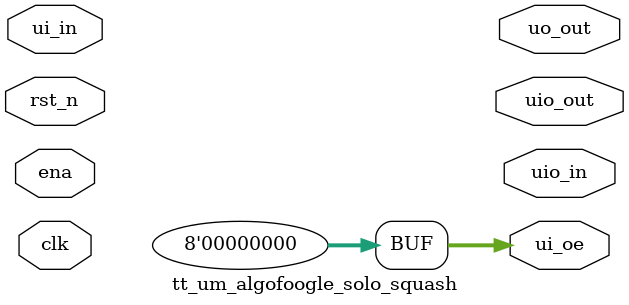
<source format=v>
module tt_um_algofoogle_solo_squash(
    // 8 dedicated user inputs:
    input   wire [7:0]  ui_in,

    // 8 dedicated user outputs:
    output  wire [7:0]  uo_out,

    // 8 bidirectional user IOs:
    output  wire [7:0]  uio_in,     // Input path.
    output  wire [7:0]  uio_out,    // Output path.
    output  wire [7:0]  ui_oe,      // Enable path (active high: 0=input, 1=output)

    // Control:
    input   wire        ena,        // Can be ignored for now.
    input   wire        clk,        // 25.175MHz ideal, but 25.000MHz is good enough.
    input   wire        rst_n       // Active low reset
);

    // Hard-wire bidir IOs to just be inputs:
    assign ui_oe = 8'b0;

    // For test purposes, use unused outputs to loop back a couple of things:
    assign ui_out[5] = 0; //SMELL: Speaker is disabled for now because of a Yosys complaint.
    assign ui_out[6] = clk;
    assign ui_out[7] = ~ui_in[4]; // Unused input, just inverted for testing.

    solo_squash solo_squash(
        // --- Inputs ---
        .clk        (clk),
        .reset      (~rst_n),       // Active HIGH reset needed here.
        // Active-low control inputs (but pulled low by the chip BY DEFAULT when not pressed, so inverted here):
        .pause_n    (~ui_in[0]),
        .new_game_n (~ui_in[1]),
        .down_key_n (~ui_in[2]),
        .up_key_n   (~ui_in[3]),

        // --- Outputs ---
        .red        (ui_out[0]),
        .green      (ui_out[1]),
        .blue       (ui_out[2]),
        .hsync      (ui_out[3]),
        .vsync      (ui_out[4]),
        // .speaker    (ui_out[5]) //SMELL: Speaker is disabled for now because of a Yosys complaint.
    );

endmodule

</source>
